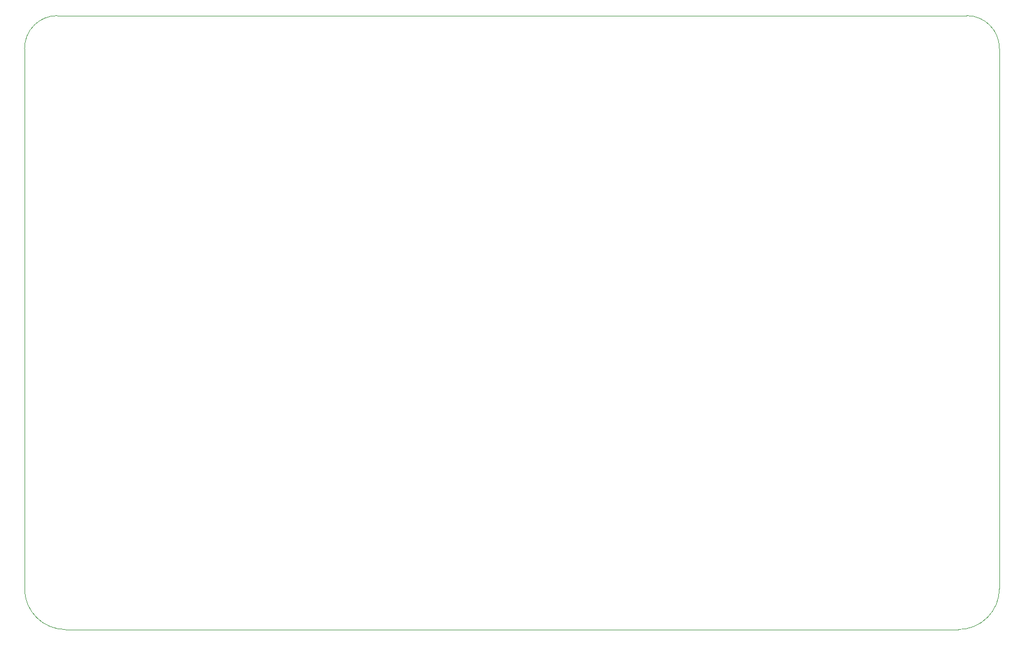
<source format=gbr>
%TF.GenerationSoftware,KiCad,Pcbnew,(5.1.8)-1*%
%TF.CreationDate,2021-01-13T10:35:39-05:00*%
%TF.ProjectId,LED_Panel,4c45445f-5061-46e6-956c-2e6b69636164,rev?*%
%TF.SameCoordinates,Original*%
%TF.FileFunction,Profile,NP*%
%FSLAX46Y46*%
G04 Gerber Fmt 4.6, Leading zero omitted, Abs format (unit mm)*
G04 Created by KiCad (PCBNEW (5.1.8)-1) date 2021-01-13 10:35:39*
%MOMM*%
%LPD*%
G01*
G04 APERTURE LIST*
%TA.AperFunction,Profile*%
%ADD10C,0.050000*%
%TD*%
G04 APERTURE END LIST*
D10*
X133350000Y-17780000D02*
X133350000Y-101600000D01*
X279400000Y-12700000D02*
X138430000Y-12700000D01*
X284480000Y-17780000D02*
X284480000Y-101600000D01*
X139700000Y-107950000D02*
X278130000Y-107950000D01*
X133350000Y-17780000D02*
G75*
G02*
X138430000Y-12700000I5080000J0D01*
G01*
X279400000Y-12700000D02*
G75*
G02*
X284480000Y-17780000I0J-5080000D01*
G01*
X139700000Y-107950000D02*
G75*
G02*
X133350000Y-101600000I0J6350000D01*
G01*
X284480000Y-101600000D02*
G75*
G02*
X278130000Y-107950000I-6350000J0D01*
G01*
M02*

</source>
